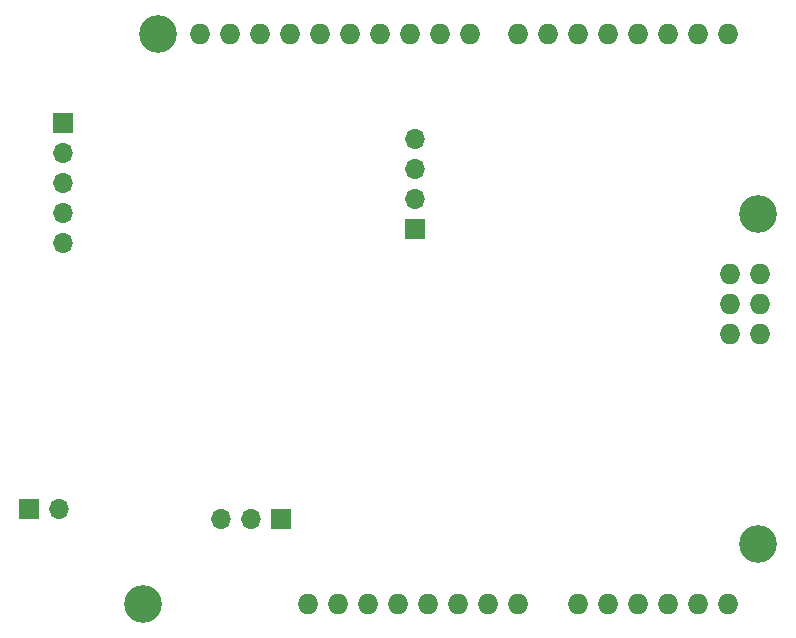
<source format=gbr>
%TF.GenerationSoftware,KiCad,Pcbnew,(6.0.9)*%
%TF.CreationDate,2022-11-16T17:04:13-08:00*%
%TF.ProjectId,ECE 411,45434520-3431-4312-9e6b-696361645f70,rev?*%
%TF.SameCoordinates,Original*%
%TF.FileFunction,Soldermask,Top*%
%TF.FilePolarity,Negative*%
%FSLAX46Y46*%
G04 Gerber Fmt 4.6, Leading zero omitted, Abs format (unit mm)*
G04 Created by KiCad (PCBNEW (6.0.9)) date 2022-11-16 17:04:13*
%MOMM*%
%LPD*%
G01*
G04 APERTURE LIST*
%ADD10R,1.700000X1.700000*%
%ADD11O,1.700000X1.700000*%
%ADD12C,3.200000*%
%ADD13O,1.727200X1.727200*%
G04 APERTURE END LIST*
D10*
%TO.C,J1*%
X115652000Y-68052000D03*
D11*
X115652000Y-70592000D03*
X115652000Y-73132000D03*
X115652000Y-75672000D03*
X115652000Y-78212000D03*
%TD*%
D10*
%TO.C,J4*%
X145460000Y-77002000D03*
D11*
X145460000Y-74462000D03*
X145460000Y-71922000D03*
X145460000Y-69382000D03*
%TD*%
D10*
%TO.C,J3*%
X134112000Y-101600000D03*
D11*
X131572000Y-101600000D03*
X129032000Y-101600000D03*
%TD*%
D10*
%TO.C,J2*%
X112746000Y-100756000D03*
D11*
X115286000Y-100756000D03*
%TD*%
D12*
%TO.C,XA1*%
X122430000Y-108770000D03*
X174500000Y-103690000D03*
X123700000Y-60510000D03*
X174500000Y-75750000D03*
D13*
X136400000Y-108770000D03*
X144020000Y-108770000D03*
X146560000Y-108770000D03*
X174627000Y-80830000D03*
X159260000Y-108770000D03*
X161800000Y-108770000D03*
X164340000Y-108770000D03*
X166880000Y-108770000D03*
X169420000Y-108770000D03*
X171960000Y-108770000D03*
X132336000Y-60510000D03*
X171960000Y-60510000D03*
X169420000Y-60510000D03*
X166880000Y-60510000D03*
X164340000Y-60510000D03*
X161800000Y-60510000D03*
X159260000Y-60510000D03*
X156720000Y-60510000D03*
X154180000Y-60510000D03*
X150116000Y-60510000D03*
X147576000Y-60510000D03*
X145036000Y-60510000D03*
X142496000Y-60510000D03*
X139956000Y-60510000D03*
X137416000Y-60510000D03*
X134876000Y-60510000D03*
X149100000Y-108770000D03*
X151640000Y-108770000D03*
X174627000Y-85910000D03*
X138940000Y-108770000D03*
X172087000Y-80830000D03*
X174627000Y-83370000D03*
X141480000Y-108770000D03*
X172087000Y-85910000D03*
X172087000Y-83370000D03*
X127256000Y-60510000D03*
X129796000Y-60510000D03*
X154180000Y-108770000D03*
%TD*%
M02*

</source>
